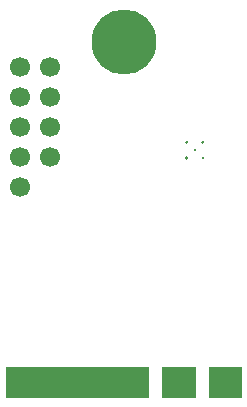
<source format=gbr>
%TF.GenerationSoftware,KiCad,Pcbnew,9.0.1*%
%TF.CreationDate,2025-04-18T20:02:12-04:00*%
%TF.ProjectId,M.2 to USB V1.0,4d2e3220-746f-4205-9553-422056312e30,rev?*%
%TF.SameCoordinates,Original*%
%TF.FileFunction,Soldermask,Bot*%
%TF.FilePolarity,Negative*%
%FSLAX46Y46*%
G04 Gerber Fmt 4.6, Leading zero omitted, Abs format (unit mm)*
G04 Created by KiCad (PCBNEW 9.0.1) date 2025-04-18 20:02:12*
%MOMM*%
%LPD*%
G01*
G04 APERTURE LIST*
%ADD10C,0.127000*%
%ADD11C,0.100000*%
%ADD12C,1.700000*%
%ADD13C,5.500000*%
G04 APERTURE END LIST*
D10*
X160988500Y-77542500D02*
G75*
G02*
X160861500Y-77542500I-63500J0D01*
G01*
X160861500Y-77542500D02*
G75*
G02*
X160988500Y-77542500I63500J0D01*
G01*
X161643500Y-76892500D02*
G75*
G02*
X161516500Y-76892500I-63500J0D01*
G01*
X161516500Y-76892500D02*
G75*
G02*
X161643500Y-76892500I63500J0D01*
G01*
X160253500Y-78212500D02*
G75*
G02*
X160126500Y-78212500I-63500J0D01*
G01*
X160126500Y-78212500D02*
G75*
G02*
X160253500Y-78212500I63500J0D01*
G01*
X160273500Y-76907500D02*
G75*
G02*
X160146500Y-76907500I-63500J0D01*
G01*
X160146500Y-76907500D02*
G75*
G02*
X160273500Y-76907500I63500J0D01*
G01*
X161653500Y-78227500D02*
G75*
G02*
X161526500Y-78227500I-63500J0D01*
G01*
X161526500Y-78227500D02*
G75*
G02*
X161653500Y-78227500I63500J0D01*
G01*
%TO.C,J1*%
D11*
X144950000Y-95935000D02*
X156905000Y-95935000D01*
X156905000Y-98435000D01*
X144950000Y-98435000D01*
X144950000Y-95935000D01*
G36*
X144950000Y-95935000D02*
G01*
X156905000Y-95935000D01*
X156905000Y-98435000D01*
X144950000Y-98435000D01*
X144950000Y-95935000D01*
G37*
X158105000Y-95935000D02*
X160905000Y-95935000D01*
X160905000Y-98435000D01*
X158105000Y-98435000D01*
X158105000Y-95935000D01*
G36*
X158105000Y-95935000D02*
G01*
X160905000Y-95935000D01*
X160905000Y-98435000D01*
X158105000Y-98435000D01*
X158105000Y-95935000D01*
G37*
X162100000Y-95935000D02*
X164800000Y-95935000D01*
X164800000Y-98435000D01*
X162100000Y-98435000D01*
X162100000Y-95935000D01*
G36*
X162100000Y-95935000D02*
G01*
X164800000Y-95935000D01*
X164800000Y-98435000D01*
X162100000Y-98435000D01*
X162100000Y-95935000D01*
G37*
%TD*%
D12*
%TO.C,J2*%
X146080000Y-70545000D03*
X148620000Y-70545000D03*
X146080000Y-73085000D03*
X148620000Y-73085000D03*
X146080000Y-75625000D03*
X148620000Y-75625000D03*
X146080000Y-78165000D03*
X148620000Y-78165000D03*
X146080000Y-80705000D03*
%TD*%
D13*
%TO.C,H1*%
X154875000Y-68435000D03*
%TD*%
M02*

</source>
